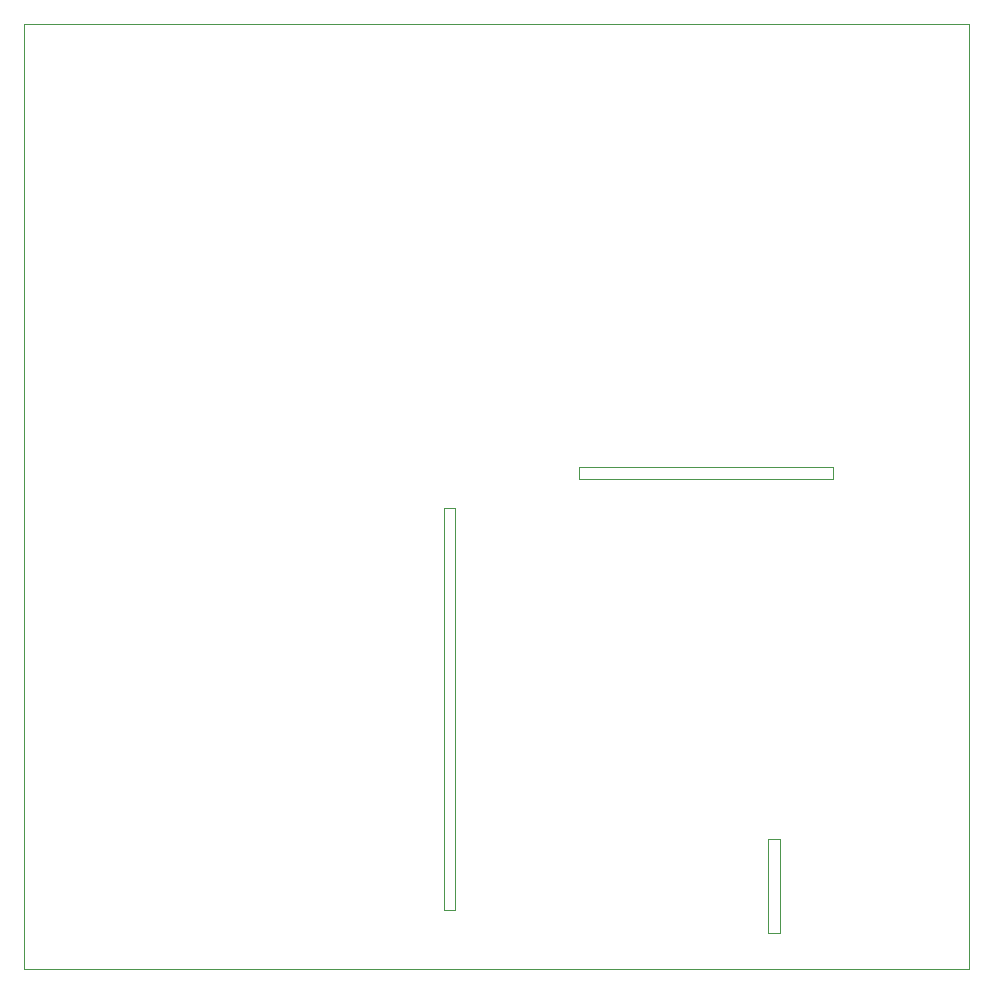
<source format=gbr>
%TF.GenerationSoftware,KiCad,Pcbnew,(6.0.9)*%
%TF.CreationDate,2023-06-24T22:02:27+12:00*%
%TF.ProjectId,lupa,6c757061-2e6b-4696-9361-645f70636258,rev?*%
%TF.SameCoordinates,Original*%
%TF.FileFunction,Profile,NP*%
%FSLAX46Y46*%
G04 Gerber Fmt 4.6, Leading zero omitted, Abs format (unit mm)*
G04 Created by KiCad (PCBNEW (6.0.9)) date 2023-06-24 22:02:27*
%MOMM*%
%LPD*%
G01*
G04 APERTURE LIST*
%TA.AperFunction,Profile*%
%ADD10C,0.100000*%
%TD*%
G04 APERTURE END LIST*
D10*
X187000000Y-106000000D02*
X188000000Y-106000000D01*
X188000000Y-106000000D02*
X188000000Y-114000000D01*
X188000000Y-114000000D02*
X187000000Y-114000000D01*
X187000000Y-114000000D02*
X187000000Y-106000000D01*
X204000000Y-117000000D02*
X124000000Y-117000000D01*
X124000000Y-117000000D02*
X124000000Y-37000000D01*
X124000000Y-37000000D02*
X204000000Y-37000000D01*
X192500000Y-74500000D02*
X171000000Y-74500000D01*
X171000000Y-74500000D02*
X171000000Y-75500000D01*
X171000000Y-75500000D02*
X192500000Y-75500000D01*
X192500000Y-75500000D02*
X192500000Y-74500000D01*
X204000000Y-37000000D02*
X204000000Y-117000000D01*
X159500000Y-78000000D02*
X160500000Y-78000000D01*
X160500000Y-78000000D02*
X160500000Y-112000000D01*
X160500000Y-112000000D02*
X159500000Y-112000000D01*
X159500000Y-112000000D02*
X159500000Y-78000000D01*
M02*

</source>
